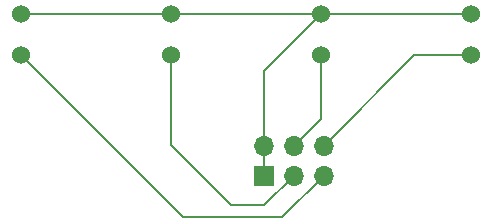
<source format=gbr>
%TF.GenerationSoftware,KiCad,Pcbnew,8.0.3*%
%TF.CreationDate,2024-08-21T15:11:05-06:00*%
%TF.ProjectId,LED_board,4c45445f-626f-4617-9264-2e6b69636164,rev?*%
%TF.SameCoordinates,Original*%
%TF.FileFunction,Copper,L2,Bot*%
%TF.FilePolarity,Positive*%
%FSLAX46Y46*%
G04 Gerber Fmt 4.6, Leading zero omitted, Abs format (unit mm)*
G04 Created by KiCad (PCBNEW 8.0.3) date 2024-08-21 15:11:05*
%MOMM*%
%LPD*%
G01*
G04 APERTURE LIST*
%TA.AperFunction,ComponentPad*%
%ADD10R,1.700000X1.700000*%
%TD*%
%TA.AperFunction,ComponentPad*%
%ADD11O,1.700000X1.700000*%
%TD*%
%TA.AperFunction,ComponentPad*%
%ADD12C,1.524000*%
%TD*%
%TA.AperFunction,Conductor*%
%ADD13C,0.200000*%
%TD*%
G04 APERTURE END LIST*
D10*
%TO.P,J2,1,Pin_1*%
%TO.N,GND*%
X152649000Y-71135000D03*
D11*
%TO.P,J2,2,Pin_2*%
X152649000Y-68595000D03*
%TO.P,J2,3,Pin_3*%
%TO.N,Net-(D2-A)*%
X155189000Y-71135000D03*
%TO.P,J2,4,Pin_4*%
%TO.N,Net-(D3-A)*%
X155189000Y-68595000D03*
%TO.P,J2,5,Pin_5*%
%TO.N,Net-(D1-A)*%
X157729000Y-71135000D03*
%TO.P,J2,6,Pin_6*%
%TO.N,Net-(D4-A)*%
X157729000Y-68595000D03*
%TD*%
D12*
%TO.P,D4,1,K*%
%TO.N,GND*%
X170180000Y-57460000D03*
%TO.P,D4,2,A*%
%TO.N,Net-(D4-A)*%
X170180000Y-60960000D03*
%TD*%
%TO.P,D3,1,K*%
%TO.N,GND*%
X157480000Y-57460000D03*
%TO.P,D3,2,A*%
%TO.N,Net-(D3-A)*%
X157480000Y-60960000D03*
%TD*%
%TO.P,D2,1,K*%
%TO.N,GND*%
X144780000Y-57460000D03*
%TO.P,D2,2,A*%
%TO.N,Net-(D2-A)*%
X144780000Y-60960000D03*
%TD*%
%TO.P,D1,1,K*%
%TO.N,GND*%
X132080000Y-57460000D03*
%TO.P,D1,2,A*%
%TO.N,Net-(D1-A)*%
X132080000Y-60960000D03*
%TD*%
D13*
%TO.N,Net-(D4-A)*%
X165364000Y-60960000D02*
X157729000Y-68595000D01*
X170180000Y-60960000D02*
X165364000Y-60960000D01*
%TO.N,Net-(D3-A)*%
X157480000Y-60960000D02*
X157480000Y-66304000D01*
X157480000Y-66304000D02*
X155189000Y-68595000D01*
%TO.N,Net-(D1-A)*%
X145796000Y-74676000D02*
X154188000Y-74676000D01*
X154188000Y-74676000D02*
X157729000Y-71135000D01*
X132080000Y-60960000D02*
X145796000Y-74676000D01*
%TO.N,Net-(D2-A)*%
X152664000Y-73660000D02*
X155189000Y-71135000D01*
X144780000Y-68580000D02*
X149860000Y-73660000D01*
X149860000Y-73660000D02*
X152664000Y-73660000D01*
X144780000Y-60960000D02*
X144780000Y-68580000D01*
%TO.N,GND*%
X152649000Y-68595000D02*
X152649000Y-71135000D01*
X157480000Y-57460000D02*
X152649000Y-62291000D01*
X152649000Y-62291000D02*
X152649000Y-68595000D01*
X157480000Y-57460000D02*
X170180000Y-57460000D01*
X144780000Y-57460000D02*
X157480000Y-57460000D01*
X132080000Y-57460000D02*
X144780000Y-57460000D01*
X144216000Y-57206000D02*
X144272000Y-57150000D01*
%TD*%
M02*

</source>
